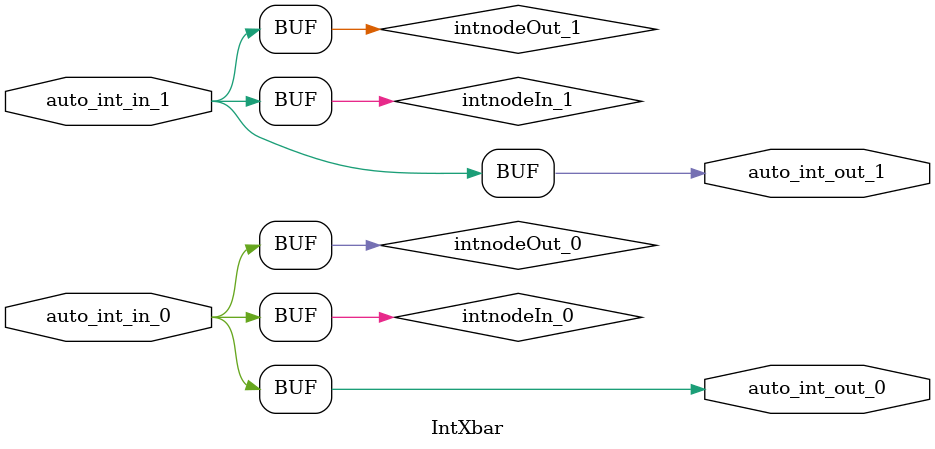
<source format=sv>
`ifndef RANDOMIZE
  `ifdef RANDOMIZE_MEM_INIT
    `define RANDOMIZE
  `endif // RANDOMIZE_MEM_INIT
`endif // not def RANDOMIZE
`ifndef RANDOMIZE
  `ifdef RANDOMIZE_REG_INIT
    `define RANDOMIZE
  `endif // RANDOMIZE_REG_INIT
`endif // not def RANDOMIZE

`ifndef RANDOM
  `define RANDOM $random
`endif // not def RANDOM

// Users can define INIT_RANDOM as general code that gets injected into the
// initializer block for modules with registers.
`ifndef INIT_RANDOM
  `define INIT_RANDOM
`endif // not def INIT_RANDOM

// If using random initialization, you can also define RANDOMIZE_DELAY to
// customize the delay used, otherwise 0.002 is used.
`ifndef RANDOMIZE_DELAY
  `define RANDOMIZE_DELAY 0.002
`endif // not def RANDOMIZE_DELAY

// Define INIT_RANDOM_PROLOG_ for use in our modules below.
`ifndef INIT_RANDOM_PROLOG_
  `ifdef RANDOMIZE
    `ifdef VERILATOR
      `define INIT_RANDOM_PROLOG_ `INIT_RANDOM
    `else  // VERILATOR
      `define INIT_RANDOM_PROLOG_ `INIT_RANDOM #`RANDOMIZE_DELAY begin end
    `endif // VERILATOR
  `else  // RANDOMIZE
    `define INIT_RANDOM_PROLOG_
  `endif // RANDOMIZE
`endif // not def INIT_RANDOM_PROLOG_

// Include register initializers in init blocks unless synthesis is set
`ifndef SYNTHESIS
  `ifndef ENABLE_INITIAL_REG_
    `define ENABLE_INITIAL_REG_
  `endif // not def ENABLE_INITIAL_REG_
`endif // not def SYNTHESIS

// Include rmemory initializers in init blocks unless synthesis is set
`ifndef SYNTHESIS
  `ifndef ENABLE_INITIAL_MEM_
    `define ENABLE_INITIAL_MEM_
  `endif // not def ENABLE_INITIAL_MEM_
`endif // not def SYNTHESIS

// Standard header to adapt well known macros for prints and assertions.

// Users can define 'PRINTF_COND' to add an extra gate to prints.
`ifndef PRINTF_COND_
  `ifdef PRINTF_COND
    `define PRINTF_COND_ (`PRINTF_COND)
  `else  // PRINTF_COND
    `define PRINTF_COND_ 1
  `endif // PRINTF_COND
`endif // not def PRINTF_COND_

// Users can define 'ASSERT_VERBOSE_COND' to add an extra gate to assert error printing.
`ifndef ASSERT_VERBOSE_COND_
  `ifdef ASSERT_VERBOSE_COND
    `define ASSERT_VERBOSE_COND_ (`ASSERT_VERBOSE_COND)
  `else  // ASSERT_VERBOSE_COND
    `define ASSERT_VERBOSE_COND_ 1
  `endif // ASSERT_VERBOSE_COND
`endif // not def ASSERT_VERBOSE_COND_

// Users can define 'STOP_COND' to add an extra gate to stop conditions.
`ifndef STOP_COND_
  `ifdef STOP_COND
    `define STOP_COND_ (`STOP_COND)
  `else  // STOP_COND
    `define STOP_COND_ 1
  `endif // STOP_COND
`endif // not def STOP_COND_

module IntXbar(
  input  auto_int_in_0,	// src/main/scala/diplomacy/LazyModule.scala:374:18
         auto_int_in_1,	// src/main/scala/diplomacy/LazyModule.scala:374:18
  output auto_int_out_0,	// src/main/scala/diplomacy/LazyModule.scala:374:18
         auto_int_out_1	// src/main/scala/diplomacy/LazyModule.scala:374:18
);

  wire intnodeIn_0 = auto_int_in_0;	// src/main/scala/diplomacy/Nodes.scala:1214:17
  wire intnodeIn_1 = auto_int_in_1;	// src/main/scala/diplomacy/Nodes.scala:1214:17
  wire intnodeOut_0 = intnodeIn_0;	// src/main/scala/diplomacy/Nodes.scala:1205:17, :1214:17
  wire intnodeOut_1 = intnodeIn_1;	// src/main/scala/diplomacy/Nodes.scala:1205:17, :1214:17
  assign auto_int_out_0 = intnodeOut_0;	// src/main/scala/diplomacy/Nodes.scala:1205:17
  assign auto_int_out_1 = intnodeOut_1;	// src/main/scala/diplomacy/Nodes.scala:1205:17
endmodule


</source>
